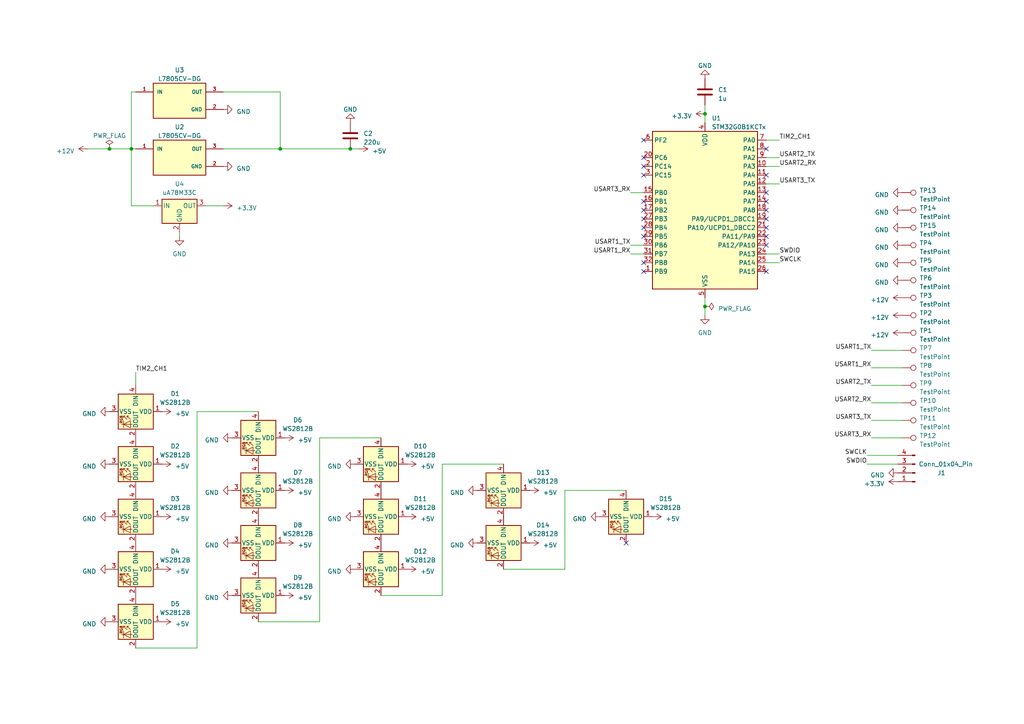
<source format=kicad_sch>
(kicad_sch (version 20230121) (generator eeschema)
  (paper "A4")
  (lib_symbols
    (symbol "Connector:Conn_01x04_Pin" (pin_names (offset 1.016) hide)
      (property "Reference" "J" (at 0 5.08 0))
      (property "Value" "Conn_01x04_Pin" (at 0 -7.62 0))
      (symbol "Conn_01x04_Pin_1_1"
        (polyline (pts (xy 1.27 -5.08) (xy 0.8636 -5.08)) (stroke (width 0.1524)))
        (polyline (pts (xy 1.27 -2.54) (xy 0.8636 -2.54)) (stroke (width 0.1524)))
        (polyline (pts (xy 1.27 0) (xy 0.8636 0)) (stroke (width 0.1524)))
        (polyline (pts (xy 1.27 2.54) (xy 0.8636 2.54)) (stroke (width 0.1524)))
        (rectangle (start 0.8636 -4.953) (end 0 -5.207) (stroke (width 0.1524)) (fill (type outline)))
        (rectangle (start 0.8636 -2.413) (end 0 -2.667) (stroke (width 0.1524)) (fill (type outline)))
        (rectangle (start 0.8636 0.127) (end 0 -0.127) (stroke (width 0.1524)) (fill (type outline)))
        (rectangle (start 0.8636 2.667) (end 0 2.413) (stroke (width 0.1524)) (fill (type outline)))
        (pin passive line (at 5.08 2.54 180) (length 3.81) (name "Pin_1") (number "1"))
        (pin passive line (at 5.08 0 180) (length 3.81) (name "Pin_2") (number "2"))
        (pin passive line (at 5.08 -2.54 180) (length 3.81) (name "Pin_3") (number "3"))
        (pin passive line (at 5.08 -5.08 180) (length 3.81) (name "Pin_4") (number "4"))
      )
    )
    (symbol "Connector:TestPoint" (pin_numbers hide) (pin_names (offset 0.762) hide)
      (property "Reference" "TP" (at 0 6.858 0))
      (property "Value" "TestPoint" (at 0 5.08 0))
      (symbol "TestPoint_0_1"
        (circle (center 0 3.302) (radius 0.762))
      )
      (symbol "TestPoint_1_1"
        (pin passive line (at 0 0 90) (length 2.54) (name "1") (number "1"))
      )
    )
    (symbol "Device:C" (pin_numbers hide) (pin_names (offset 0.254))
      (property "Reference" "C" (at 0.635 2.54 0))
      (property "Value" "C" (at 0.635 -2.54 0))
      (symbol "C_0_1"
        (polyline (pts (xy -2.032 -0.762) (xy 2.032 -0.762)) (stroke (width 0.508)))
        (polyline (pts (xy -2.032 0.762) (xy 2.032 0.762)) (stroke (width 0.508)))
      )
      (symbol "C_1_1"
        (pin passive line (at 0 3.81 270) (length 2.794) (name "~") (number "1"))
        (pin passive line (at 0 -3.81 90) (length 2.794) (name "~") (number "2"))
      )
    )
    (symbol "L7805CV-DG:L7805CV-DG" (pin_names (offset 1.016))
      (property "Reference" "U" (at -7.62 7.62 0))
      (property "Value" "L7805CV-DG" (at -7.62 -10.16 0))
      (symbol "L7805CV-DG_0_0"
        (rectangle (start -7.62 5.08) (end 7.62 -5.08) (stroke (width 0.254)) (fill (type background)))
        (pin input line (at -12.7 2.54 0) (length 5.08) (name "IN") (number "1"))
        (pin power_in line (at 12.7 -2.54 180) (length 5.08) (name "GND") (number "2"))
        (pin power_out line (at 12.7 2.54 180) (length 5.08) (name "OUT") (number "3"))
      )
    )
    (symbol "LED:WS2812B" (pin_names (offset 0.254))
      (property "Reference" "D" (at 5.08 5.715 0))
      (property "Value" "WS2812B" (at 1.27 -5.715 0))
      (symbol "WS2812B_0_0"
        (text "RGB" (at 2.286 -4.191 0) (effects (font (size 0.762 0.762))))
      )
      (symbol "WS2812B_0_1"
        (polyline (pts (xy 1.27 -3.556) (xy 1.778 -3.556)))
        (polyline (pts (xy 1.27 -2.54) (xy 1.778 -2.54)))
        (polyline (pts (xy 4.699 -3.556) (xy 2.667 -3.556)))
        (polyline (pts (xy 2.286 -2.54) (xy 1.27 -3.556) (xy 1.27 -3.048)))
        (polyline (pts (xy 2.286 -1.524) (xy 1.27 -2.54) (xy 1.27 -2.032)))
        (polyline (pts (xy 3.683 -1.016) (xy 3.683 -3.556) (xy 3.683 -4.064)))
        (polyline (pts (xy 4.699 -1.524) (xy 2.667 -1.524) (xy 3.683 -3.556) (xy 4.699 -1.524)))
        (rectangle (start 5.08 5.08) (end -5.08 -5.08) (stroke (width 0.254)) (fill (type background)))
      )
      (symbol "WS2812B_1_1"
        (pin power_in line (at 0 7.62 270) (length 2.54) (name "VDD") (number "1"))
        (pin output line (at 7.62 0 180) (length 2.54) (name "DOUT") (number "2"))
        (pin power_in line (at 0 -7.62 90) (length 2.54) (name "VSS") (number "3"))
        (pin input line (at -7.62 0 0) (length 2.54) (name "DIN") (number "4"))
      )
    )
    (symbol "MCU_ST_STM32G0:STM32G0B1KCTx"
      (property "Reference" "U" (at -15.24 24.13 0))
      (property "Value" "STM32G0B1KCTx" (at 2.54 24.13 0))
      (symbol "STM32G0B1KCTx_0_1"
        (rectangle (start -15.24 -22.86) (end 15.24 22.86) (stroke (width 0.254)) (fill (type background)))
      )
      (symbol "STM32G0B1KCTx_1_1"
        (pin bidirectional line (at -17.78 -17.78 0) (length 2.54) (name "PB9") (number "1"))
        (pin bidirectional line (at 17.78 12.7 180) (length 2.54) (name "PA3") (number "10"))
        (pin bidirectional line (at 17.78 10.16 180) (length 2.54) (name "PA4") (number "11"))
        (pin bidirectional line (at 17.78 7.62 180) (length 2.54) (name "PA5") (number "12"))
        (pin bidirectional line (at 17.78 5.08 180) (length 2.54) (name "PA6") (number "13"))
        (pin bidirectional line (at 17.78 2.54 180) (length 2.54) (name "PA7") (number "14"))
        (pin bidirectional line (at -17.78 5.08 0) (length 2.54) (name "PB0") (number "15"))
        (pin bidirectional line (at -17.78 2.54 0) (length 2.54) (name "PB1") (number "16"))
        (pin bidirectional line (at -17.78 0 0) (length 2.54) (name "PB2") (number "17"))
        (pin bidirectional line (at 17.78 0 180) (length 2.54) (name "PA8") (number "18"))
        (pin bidirectional line (at 17.78 -2.54 180) (length 2.54) (name "PA9/UCPD1_DBCC1") (number "19"))
        (pin bidirectional line (at -17.78 12.7 0) (length 2.54) (name "PC14") (number "2"))
        (pin bidirectional line (at -17.78 15.24 0) (length 2.54) (name "PC6") (number "20"))
        (pin bidirectional line (at 17.78 -5.08 180) (length 2.54) (name "PA10/UCPD1_DBCC2") (number "21"))
        (pin bidirectional line (at 17.78 -7.62 180) (length 2.54) (name "PA11/PA9") (number "22"))
        (pin bidirectional line (at 17.78 -10.16 180) (length 2.54) (name "PA12/PA10") (number "23"))
        (pin bidirectional line (at 17.78 -12.7 180) (length 2.54) (name "PA13") (number "24"))
        (pin bidirectional line (at 17.78 -15.24 180) (length 2.54) (name "PA14") (number "25"))
        (pin bidirectional line (at 17.78 -17.78 180) (length 2.54) (name "PA15") (number "26"))
        (pin bidirectional line (at -17.78 -2.54 0) (length 2.54) (name "PB3") (number "27"))
        (pin bidirectional line (at -17.78 -5.08 0) (length 2.54) (name "PB4") (number "28"))
        (pin bidirectional line (at -17.78 -7.62 0) (length 2.54) (name "PB5") (number "29"))
        (pin bidirectional line (at -17.78 10.16 0) (length 2.54) (name "PC15") (number "3"))
        (pin bidirectional line (at -17.78 -10.16 0) (length 2.54) (name "PB6") (number "30"))
        (pin bidirectional line (at -17.78 -12.7 0) (length 2.54) (name "PB7") (number "31"))
        (pin bidirectional line (at -17.78 -15.24 0) (length 2.54) (name "PB8") (number "32"))
        (pin power_in line (at 0 25.4 270) (length 2.54) (name "VDD") (number "4"))
        (pin power_in line (at 0 -25.4 90) (length 2.54) (name "VSS") (number "5"))
        (pin bidirectional line (at -17.78 20.32 0) (length 2.54) (name "PF2") (number "6"))
        (pin bidirectional line (at 17.78 20.32 180) (length 2.54) (name "PA0") (number "7"))
        (pin bidirectional line (at 17.78 17.78 180) (length 2.54) (name "PA1") (number "8"))
        (pin bidirectional line (at 17.78 15.24 180) (length 2.54) (name "PA2") (number "9"))
      )
    )
    (symbol "Regulator_Linear:uA7805" (pin_names (offset 0.254))
      (property "Reference" "U" (at -3.81 3.175 0))
      (property "Value" "uA7805" (at 0 3.175 0))
      (symbol "uA7805_0_1"
        (rectangle (start -5.08 1.905) (end 5.08 -5.08) (stroke (width 0.254)) (fill (type background)))
      )
      (symbol "uA7805_1_1"
        (pin power_in line (at -7.62 0 0) (length 2.54) (name "IN") (number "1"))
        (pin power_in line (at 0 -7.62 90) (length 2.54) (name "GND") (number "2"))
        (pin power_out line (at 7.62 0 180) (length 2.54) (name "OUT") (number "3"))
      )
    )
    (symbol "power:+12V" (power) (pin_names (offset 0))
      (property "Value" "+12V" (at 0 3.556 0))
      (symbol "+12V_0_1"
        (polyline (pts (xy -0.762 1.27) (xy 0 2.54)))
        (polyline (pts (xy 0 0) (xy 0 2.54)))
        (polyline (pts (xy 0 2.54) (xy 0.762 1.27)))
      )
      (symbol "+12V_1_1"
        (pin power_in line (at 0 0 90) (length 0) hide (name "+12V") (number "1"))
      )
    )
    (symbol "power:+3.3V" (power) (pin_names (offset 0))
      (property "Value" "+3.3V" (at 0 3.556 0))
      (symbol "+3.3V_0_1"
        (polyline (pts (xy -0.762 1.27) (xy 0 2.54)))
        (polyline (pts (xy 0 0) (xy 0 2.54)))
        (polyline (pts (xy 0 2.54) (xy 0.762 1.27)))
      )
      (symbol "+3.3V_1_1"
        (pin power_in line (at 0 0 90) (length 0) hide (name "+3.3V") (number "1"))
      )
    )
    (symbol "power:+5V" (power) (pin_names (offset 0))
      (property "Value" "+5V" (at 0 3.556 0))
      (symbol "+5V_0_1"
        (polyline (pts (xy -0.762 1.27) (xy 0 2.54)))
        (polyline (pts (xy 0 0) (xy 0 2.54)))
        (polyline (pts (xy 0 2.54) (xy 0.762 1.27)))
      )
      (symbol "+5V_1_1"
        (pin power_in line (at 0 0 90) (length 0) hide (name "+5V") (number "1"))
      )
    )
    (symbol "power:GND" (power) (pin_names (offset 0))
      (property "Value" "GND" (at 0 -3.81 0))
      (symbol "GND_0_1"
        (polyline (pts (xy 0 0) (xy 0 -1.27) (xy 1.27 -1.27) (xy 0 -2.54) (xy -1.27 -1.27) (xy 0 -1.27)))
      )
      (symbol "GND_1_1"
        (pin power_in line (at 0 0 270) (length 0) hide (name "GND") (number "1"))
      )
    )
    (symbol "power:PWR_FLAG" (power) (pin_numbers hide) (pin_names (offset 0) hide)
      (property "Value" "PWR_FLAG" (at 0 3.81 0))
      (symbol "PWR_FLAG_0_0"
        (pin power_out line (at 0 0 90) (length 0) (name "pwr") (number "1"))
      )
      (symbol "PWR_FLAG_0_1"
        (polyline (pts (xy 0 0) (xy 0 1.27) (xy -1.016 1.905) (xy 0 2.54) (xy 1.016 1.905) (xy 0 1.27)))
      )
    )
  )
  (junction (at 101.6 43.18))
  (junction (at 38.1 43.18))
  (junction (at 204.47 33.02))
  (junction (at 204.47 88.9))
  (junction (at 81.28 43.18))
  (junction (at 31.75 43.18))
  (no_connect (at 222.25 71.12))
  (no_connect (at 222.25 78.74))
  (no_connect (at 186.69 58.42))
  (no_connect (at 222.25 68.58))
  (no_connect (at 186.69 40.64))
  (no_connect (at 186.69 45.72))
  (no_connect (at 186.69 76.2))
  (no_connect (at 181.61 157.48))
  (no_connect (at 222.25 50.8))
  (no_connect (at 186.69 48.26))
  (no_connect (at 186.69 60.96))
  (no_connect (at 222.25 66.04))
  (no_connect (at 222.25 58.42))
  (no_connect (at 222.25 55.88))
  (no_connect (at 186.69 68.58))
  (no_connect (at 186.69 50.8))
  (no_connect (at 186.69 78.74))
  (no_connect (at 222.25 60.96))
  (no_connect (at 222.25 43.18))
  (no_connect (at 222.25 63.5))
  (no_connect (at 186.69 63.5))
  (no_connect (at 186.69 66.04))
  (wire (pts (xy 252.73 106.68) (xy 261.62 106.68)))
  (wire (pts (xy 74.93 180.34) (xy 92.71 180.34)))
  (wire (pts (xy 64.77 26.67) (xy 81.28 26.67)))
  (wire (pts (xy 222.25 73.66) (xy 226.06 73.66)))
  (wire (pts (xy 25.4 43.18) (xy 31.75 43.18)))
  (wire (pts (xy 38.1 43.18) (xy 38.1 26.67)))
  (wire (pts (xy 222.25 76.2) (xy 226.06 76.2)))
  (wire (pts (xy 57.15 119.38) (xy 74.93 119.38)))
  (wire (pts (xy 38.1 26.67) (xy 39.37 26.67)))
  (wire (pts (xy 222.25 45.72) (xy 226.06 45.72)))
  (wire (pts (xy 252.73 121.92) (xy 261.62 121.92)))
  (wire (pts (xy 146.05 165.1) (xy 163.83 165.1)))
  (wire (pts (xy 92.71 127) (xy 110.49 127)))
  (wire (pts (xy 31.75 43.18) (xy 38.1 43.18)))
  (wire (pts (xy 182.88 71.12) (xy 186.69 71.12)))
  (wire (pts (xy 92.71 180.34) (xy 92.71 127)))
  (wire (pts (xy 64.77 43.18) (xy 81.28 43.18)))
  (wire (pts (xy 128.27 134.62) (xy 146.05 134.62)))
  (wire (pts (xy 38.1 43.18) (xy 39.37 43.18)))
  (wire (pts (xy 251.46 132.08) (xy 260.35 132.08)))
  (wire (pts (xy 128.27 172.72) (xy 128.27 134.62)))
  (wire (pts (xy 222.25 48.26) (xy 226.06 48.26)))
  (wire (pts (xy 38.1 43.18) (xy 38.1 59.69)))
  (wire (pts (xy 104.14 43.18) (xy 101.6 43.18)))
  (wire (pts (xy 163.83 165.1) (xy 163.83 142.24)))
  (wire (pts (xy 204.47 88.9) (xy 204.47 86.36)))
  (wire (pts (xy 38.1 59.69) (xy 44.45 59.69)))
  (wire (pts (xy 52.07 68.58) (xy 52.07 67.31)))
  (wire (pts (xy 252.73 111.76) (xy 261.62 111.76)))
  (wire (pts (xy 81.28 43.18) (xy 101.6 43.18)))
  (wire (pts (xy 204.47 30.48) (xy 204.47 33.02)))
  (wire (pts (xy 252.73 116.84) (xy 261.62 116.84)))
  (wire (pts (xy 163.83 142.24) (xy 181.61 142.24)))
  (wire (pts (xy 222.25 53.34) (xy 226.06 53.34)))
  (wire (pts (xy 204.47 33.02) (xy 204.47 35.56)))
  (wire (pts (xy 39.37 107.95) (xy 39.37 111.76)))
  (wire (pts (xy 182.88 55.88) (xy 186.69 55.88)))
  (wire (pts (xy 110.49 172.72) (xy 128.27 172.72)))
  (wire (pts (xy 81.28 26.67) (xy 81.28 43.18)))
  (wire (pts (xy 251.46 134.62) (xy 260.35 134.62)))
  (wire (pts (xy 204.47 91.44) (xy 204.47 88.9)))
  (wire (pts (xy 182.88 73.66) (xy 186.69 73.66)))
  (wire (pts (xy 252.73 101.6) (xy 261.62 101.6)))
  (wire (pts (xy 222.25 40.64) (xy 226.06 40.64)))
  (wire (pts (xy 57.15 187.96) (xy 57.15 119.38)))
  (wire (pts (xy 59.69 59.69) (xy 64.77 59.69)))
  (wire (pts (xy 39.37 187.96) (xy 57.15 187.96)))
  (wire (pts (xy 252.73 127) (xy 261.62 127)))
  (label "SWCLK" (at 251.46 132.08 180))
  (label "SWDIO" (at 226.06 73.66 0))
  (label "TIM2_CH1" (at 226.06 40.64 0))
  (label "USART2_RX" (at 252.73 116.84 180))
  (label "USART1_RX" (at 182.88 73.66 180))
  (label "SWCLK" (at 226.06 76.2 0))
  (label "USART2_RX" (at 226.06 48.26 0))
  (label "USART1_TX" (at 252.73 101.6 180))
  (label "USART3_RX" (at 252.73 127 180))
  (label "USART2_TX" (at 226.06 45.72 0))
  (label "USART3_RX" (at 182.88 55.88 180))
  (label "USART3_TX" (at 226.06 53.34 0))
  (label "USART3_TX" (at 252.73 121.92 180))
  (label "USART1_RX" (at 252.73 106.68 180))
  (label "USART1_TX" (at 182.88 71.12 180))
  (label "SWDIO" (at 251.46 134.62 180))
  (label "USART2_TX" (at 252.73 111.76 180))
  (label "TIM2_CH1" (at 39.37 107.95 0))
  (symbol (lib_id "Connector:TestPoint") (at 261.62 101.6 270) (unit 1)
    (property "Reference" "TP7" (at 266.7 100.965 90) (effects (justify left)))
    (property "Value" "TestPoint" (at 266.7 103.505 90) (effects (justify left)))
    (property "Footprint" "TestPoint:TestPoint_Pad_D3.0mm" (effects hide))
  )
  (symbol (lib_id "LED:WS2812B") (at 146.05 157.48 270) (unit 1)
    (property "Reference" "D14" (at 157.48 152.2983 90))
    (property "Value" "WS2812B" (at 157.48 154.8383 90))
    (property "Footprint" "LED_SMD:LED_WS2812B_PLCC4_5.0x5.0mm_P3.2mm" (effects hide))
    (property "Datasheet" "https://cdn-shop.adafruit.com/datasheets/WS2812B.pdf" (effects hide))
  )
  (symbol (lib_id "power:+5V") (at 46.99 165.1 270) (unit 1)
    (property "Reference" "#PWR024" (effects hide))
    (property "Value" "+5V" (at 50.8 165.735 90) (effects (justify left)))
  )
  (symbol (lib_id "Device:C") (at 101.6 39.37 0) (unit 1)
    (property "Reference" "C2" (at 105.41 38.735 0) (effects (justify left)))
    (property "Value" "220u" (at 105.41 41.275 0) (effects (justify left)))
    (property "Footprint" "Capacitor_THT:CP_Radial_D6.3mm_P2.50mm" (effects hide))
  )
  (symbol (lib_id "power:+5V") (at 82.55 172.72 270) (unit 1)
    (property "Reference" "#PWR052" (effects hide))
    (property "Value" "+5V" (at 86.36 173.355 90) (effects (justify left)))
  )
  (symbol (lib_id "Device:C") (at 204.47 26.67 180) (unit 1)
    (property "Reference" "C1" (at 208.28 26.035 0) (effects (justify right)))
    (property "Value" "1u" (at 208.28 28.575 0) (effects (justify right)))
    (property "Footprint" "Capacitor_SMD:C_0402_1005Metric_Pad0.74x0.62mm_HandSolder" (effects hide))
  )
  (symbol (lib_id "power:+5V") (at 118.11 149.86 270) (unit 1)
    (property "Reference" "#PWR027" (effects hide))
    (property "Value" "+5V" (at 121.92 150.495 90) (effects (justify left)))
  )
  (symbol (lib_id "power:PWR_FLAG") (at 31.75 43.18 0) (unit 1)
    (property "Reference" "#FLG01" (effects hide))
    (property "Value" "PWR_FLAG" (at 31.75 39.37 0))
  )
  (symbol (lib_id "power:GND") (at 67.31 157.48 270) (unit 1)
    (property "Reference" "#PWR040" (effects hide))
    (property "Value" "GND" (at 63.5 158.115 90) (effects (justify right)))
  )
  (symbol (lib_id "Regulator_Linear:uA7805") (at 52.07 59.69 0) (unit 1)
    (property "Reference" "U4" (at 52.07 53.34 0))
    (property "Value" "uA78M33C" (at 52.07 55.88 0))
    (property "Footprint" "L7805CV-DG:TO255P1040X460X2890-3" (effects hide))
    (property "Datasheet" "http://www.ti.com/lit/ds/symlink/ua78.pdf" (effects hide))
  )
  (symbol (lib_id "power:GND") (at 261.62 66.04 270) (unit 1)
    (property "Reference" "#PWR011" (effects hide))
    (property "Value" "GND" (at 257.81 66.675 90) (effects (justify right)))
  )
  (symbol (lib_id "power:+12V") (at 261.62 86.36 90) (unit 1)
    (property "Reference" "#PWR012" (effects hide))
    (property "Value" "+12V" (at 257.81 86.995 90) (effects (justify left)))
  )
  (symbol (lib_id "MCU_ST_STM32G0:STM32G0B1KCTx") (at 204.47 60.96 0) (unit 1)
    (property "Reference" "U1" (at 206.4259 34.29 0) (effects (justify left)))
    (property "Value" "STM32G0B1KCTx" (at 206.4259 36.83 0) (effects (justify left)))
    (property "Footprint" "Package_QFP:LQFP-32_7x7mm_P0.8mm" (effects hide))
    (property "Datasheet" "https://www.st.com/resource/en/datasheet/stm32g0b1kc.pdf" (effects hide))
  )
  (symbol (lib_id "LED:WS2812B") (at 110.49 149.86 270) (unit 1)
    (property "Reference" "D11" (at 121.92 144.6783 90))
    (property "Value" "WS2812B" (at 121.92 147.2183 90))
    (property "Footprint" "LED_SMD:LED_WS2812B_PLCC4_5.0x5.0mm_P3.2mm" (effects hide))
    (property "Datasheet" "https://cdn-shop.adafruit.com/datasheets/WS2812B.pdf" (effects hide))
  )
  (symbol (lib_id "Connector:TestPoint") (at 261.62 66.04 270) (unit 1)
    (property "Reference" "TP15" (at 266.7 65.405 90) (effects (justify left)))
    (property "Value" "TestPoint" (at 266.7 67.945 90) (effects (justify left)))
    (property "Footprint" "TestPoint:TestPoint_Pad_D3.0mm" (effects hide))
  )
  (symbol (lib_id "LED:WS2812B") (at 39.37 165.1 270) (unit 1)
    (property "Reference" "D4" (at 50.8 159.9183 90))
    (property "Value" "WS2812B" (at 50.8 162.4583 90))
    (property "Footprint" "LED_SMD:LED_WS2812B_PLCC4_5.0x5.0mm_P3.2mm" (effects hide))
    (property "Datasheet" "https://cdn-shop.adafruit.com/datasheets/WS2812B.pdf" (effects hide))
  )
  (symbol (lib_id "power:GND") (at 64.77 31.75 90) (unit 1)
    (property "Reference" "#PWR06" (effects hide))
    (property "Value" "GND" (at 68.58 32.385 90) (effects (justify right)))
  )
  (symbol (lib_id "LED:WS2812B") (at 110.49 134.62 270) (unit 1)
    (property "Reference" "D10" (at 121.92 129.4383 90))
    (property "Value" "WS2812B" (at 121.92 131.9783 90))
    (property "Footprint" "LED_SMD:LED_WS2812B_PLCC4_5.0x5.0mm_P3.2mm" (effects hide))
    (property "Datasheet" "https://cdn-shop.adafruit.com/datasheets/WS2812B.pdf" (effects hide))
  )
  (symbol (lib_id "power:GND") (at 67.31 172.72 270) (unit 1)
    (property "Reference" "#PWR041" (effects hide))
    (property "Value" "GND" (at 63.5 173.355 90) (effects (justify right)))
  )
  (symbol (lib_id "Connector:TestPoint") (at 261.62 121.92 270) (unit 1)
    (property "Reference" "TP11" (at 266.7 121.285 90) (effects (justify left)))
    (property "Value" "TestPoint" (at 266.7 123.825 90) (effects (justify left)))
    (property "Footprint" "TestPoint:TestPoint_Pad_D3.0mm" (effects hide))
  )
  (symbol (lib_id "power:+5V") (at 104.14 43.18 270) (unit 1)
    (property "Reference" "#PWR020" (effects hide))
    (property "Value" "+5V" (at 107.95 43.815 90) (effects (justify left)))
  )
  (symbol (lib_id "Connector:TestPoint") (at 261.62 86.36 270) (unit 1)
    (property "Reference" "TP3" (at 266.7 85.725 90) (effects (justify left)))
    (property "Value" "TestPoint" (at 266.7 88.265 90) (effects (justify left)))
    (property "Footprint" "TestPoint:TestPoint_Pad_4.0x4.0mm" (effects hide))
  )
  (symbol (lib_id "power:GND") (at 173.99 149.86 270) (unit 1)
    (property "Reference" "#PWR032" (effects hide))
    (property "Value" "GND" (at 170.18 150.495 90) (effects (justify right)))
  )
  (symbol (lib_id "Connector:TestPoint") (at 261.62 111.76 270) (unit 1)
    (property "Reference" "TP9" (at 266.7 111.125 90) (effects (justify left)))
    (property "Value" "TestPoint" (at 266.7 113.665 90) (effects (justify left)))
    (property "Footprint" "TestPoint:TestPoint_Pad_D3.0mm" (effects hide))
  )
  (symbol (lib_id "LED:WS2812B") (at 74.93 157.48 270) (unit 1)
    (property "Reference" "D8" (at 86.36 152.2983 90))
    (property "Value" "WS2812B" (at 86.36 154.8383 90))
    (property "Footprint" "LED_SMD:LED_WS2812B_PLCC4_5.0x5.0mm_P3.2mm" (effects hide))
    (property "Datasheet" "https://cdn-shop.adafruit.com/datasheets/WS2812B.pdf" (effects hide))
  )
  (symbol (lib_id "power:+5V") (at 118.11 165.1 270) (unit 1)
    (property "Reference" "#PWR028" (effects hide))
    (property "Value" "+5V" (at 121.92 165.735 90) (effects (justify left)))
  )
  (symbol (lib_id "power:+5V") (at 153.67 157.48 270) (unit 1)
    (property "Reference" "#PWR030" (effects hide))
    (property "Value" "+5V" (at 157.48 158.115 90) (effects (justify left)))
  )
  (symbol (lib_id "power:+12V") (at 261.62 91.44 90) (unit 1)
    (property "Reference" "#PWR08" (effects hide))
    (property "Value" "+12V" (at 257.81 92.075 90) (effects (justify left)))
  )
  (symbol (lib_id "power:+5V") (at 46.99 149.86 270) (unit 1)
    (property "Reference" "#PWR023" (effects hide))
    (property "Value" "+5V" (at 50.8 150.495 90) (effects (justify left)))
  )
  (symbol (lib_id "LED:WS2812B") (at 74.93 172.72 270) (unit 1)
    (property "Reference" "D9" (at 86.36 167.5383 90))
    (property "Value" "WS2812B" (at 86.36 170.0783 90))
    (property "Footprint" "LED_SMD:LED_WS2812B_PLCC4_5.0x5.0mm_P3.2mm" (effects hide))
    (property "Datasheet" "https://cdn-shop.adafruit.com/datasheets/WS2812B.pdf" (effects hide))
  )
  (symbol (lib_id "power:GND") (at 204.47 91.44 0) (unit 1)
    (property "Reference" "#PWR01" (effects hide))
    (property "Value" "GND" (at 204.47 96.52 0))
  )
  (symbol (lib_id "power:+5V") (at 153.67 142.24 270) (unit 1)
    (property "Reference" "#PWR029" (effects hide))
    (property "Value" "+5V" (at 157.48 142.875 90) (effects (justify left)))
  )
  (symbol (lib_id "power:GND") (at 52.07 68.58 0) (unit 1)
    (property "Reference" "#PWR015" (effects hide))
    (property "Value" "GND" (at 52.07 73.66 0))
  )
  (symbol (lib_id "power:GND") (at 31.75 134.62 270) (unit 1)
    (property "Reference" "#PWR045" (effects hide))
    (property "Value" "GND" (at 27.94 135.255 90) (effects (justify right)))
  )
  (symbol (lib_id "power:+5V") (at 82.55 157.48 270) (unit 1)
    (property "Reference" "#PWR051" (effects hide))
    (property "Value" "+5V" (at 86.36 158.115 90) (effects (justify left)))
  )
  (symbol (lib_id "Connector:TestPoint") (at 261.62 76.2 270) (unit 1)
    (property "Reference" "TP5" (at 266.7 75.565 90) (effects (justify left)))
    (property "Value" "TestPoint" (at 266.7 78.105 90) (effects (justify left)))
    (property "Footprint" "TestPoint:TestPoint_Pad_D3.0mm" (effects hide))
  )
  (symbol (lib_id "power:GND") (at 102.87 134.62 270) (unit 1)
    (property "Reference" "#PWR035" (effects hide))
    (property "Value" "GND" (at 99.06 135.255 90) (effects (justify right)))
  )
  (symbol (lib_id "Connector:Conn_01x04_Pin") (at 265.43 137.16 180) (unit 1)
    (property "Reference" "J1" (at 273.05 137.16 0))
    (property "Value" "Conn_01x04_Pin" (at 274.32 134.62 0))
    (property "Footprint" "Connector_PinHeader_2.54mm:PinHeader_1x04_P2.54mm_Horizontal" (effects hide))
  )
  (symbol (lib_id "power:GND") (at 138.43 142.24 270) (unit 1)
    (property "Reference" "#PWR033" (effects hide))
    (property "Value" "GND" (at 134.62 142.875 90) (effects (justify right)))
  )
  (symbol (lib_id "power:+12V") (at 25.4 43.18 90) (unit 1)
    (property "Reference" "#PWR018" (effects hide))
    (property "Value" "+12V" (at 21.59 43.815 90) (effects (justify left)))
  )
  (symbol (lib_id "power:GND") (at 261.62 81.28 270) (unit 1)
    (property "Reference" "#PWR053" (effects hide))
    (property "Value" "GND" (at 257.81 81.915 90) (effects (justify right)))
  )
  (symbol (lib_id "power:GND") (at 261.62 55.88 270) (unit 1)
    (property "Reference" "#PWR09" (effects hide))
    (property "Value" "GND" (at 257.81 56.515 90) (effects (justify right)))
  )
  (symbol (lib_id "power:PWR_FLAG") (at 204.47 88.9 270) (unit 1)
    (property "Reference" "#FLG02" (effects hide))
    (property "Value" "PWR_FLAG" (at 208.28 89.535 90) (effects (justify left)))
  )
  (symbol (lib_id "power:GND") (at 204.47 22.86 180) (unit 1)
    (property "Reference" "#PWR02" (effects hide))
    (property "Value" "GND" (at 204.47 19.05 0))
  )
  (symbol (lib_id "power:GND") (at 64.77 48.26 90) (unit 1)
    (property "Reference" "#PWR019" (effects hide))
    (property "Value" "GND" (at 68.58 48.895 90) (effects (justify right)))
  )
  (symbol (lib_id "LED:WS2812B") (at 146.05 142.24 270) (unit 1)
    (property "Reference" "D13" (at 157.48 137.0583 90))
    (property "Value" "WS2812B" (at 157.48 139.5983 90))
    (property "Footprint" "LED_SMD:LED_WS2812B_PLCC4_5.0x5.0mm_P3.2mm" (effects hide))
    (property "Datasheet" "https://cdn-shop.adafruit.com/datasheets/WS2812B.pdf" (effects hide))
  )
  (symbol (lib_id "power:GND") (at 261.62 60.96 270) (unit 1)
    (property "Reference" "#PWR010" (effects hide))
    (property "Value" "GND" (at 257.81 61.595 90) (effects (justify right)))
  )
  (symbol (lib_id "Connector:TestPoint") (at 261.62 91.44 270) (unit 1)
    (property "Reference" "TP2" (at 266.7 90.805 90) (effects (justify left)))
    (property "Value" "TestPoint" (at 266.7 93.345 90) (effects (justify left)))
    (property "Footprint" "TestPoint:TestPoint_Pad_4.0x4.0mm" (effects hide))
  )
  (symbol (lib_id "Connector:TestPoint") (at 261.62 116.84 270) (unit 1)
    (property "Reference" "TP10" (at 266.7 116.205 90) (effects (justify left)))
    (property "Value" "TestPoint" (at 266.7 118.745 90) (effects (justify left)))
    (property "Footprint" "TestPoint:TestPoint_Pad_D3.0mm" (effects hide))
  )
  (symbol (lib_id "LED:WS2812B") (at 74.93 142.24 270) (unit 1)
    (property "Reference" "D7" (at 86.36 137.0583 90))
    (property "Value" "WS2812B" (at 86.36 139.5983 90))
    (property "Footprint" "LED_SMD:LED_WS2812B_PLCC4_5.0x5.0mm_P3.2mm" (effects hide))
    (property "Datasheet" "https://cdn-shop.adafruit.com/datasheets/WS2812B.pdf" (effects hide))
  )
  (symbol (lib_id "power:+5V") (at 118.11 134.62 270) (unit 1)
    (property "Reference" "#PWR026" (effects hide))
    (property "Value" "+5V" (at 121.92 135.255 90) (effects (justify left)))
  )
  (symbol (lib_id "power:+3.3V") (at 204.47 33.02 90) (unit 1)
    (property "Reference" "#PWR03" (effects hide))
    (property "Value" "+3.3V" (at 200.66 33.655 90) (effects (justify left)))
  )
  (symbol (lib_id "power:GND") (at 261.62 76.2 270) (unit 1)
    (property "Reference" "#PWR048" (effects hide))
    (property "Value" "GND" (at 257.81 76.835 90) (effects (justify right)))
  )
  (symbol (lib_id "power:GND") (at 138.43 157.48 270) (unit 1)
    (property "Reference" "#PWR034" (effects hide))
    (property "Value" "GND" (at 134.62 158.115 90) (effects (justify right)))
  )
  (symbol (lib_id "power:GND") (at 260.35 137.16 270) (unit 1)
    (property "Reference" "#PWR04" (effects hide))
    (property "Value" "GND" (at 256.54 137.795 90) (effects (justify right)))
  )
  (symbol (lib_id "L7805CV-DG:L7805CV-DG") (at 52.07 45.72 0) (unit 1)
    (property "Reference" "U2" (at 52.07 36.83 0))
    (property "Value" "L7805CV-DG" (at 52.07 39.37 0))
    (property "Footprint" "L7805CV-DG:TO255P1040X460X2890-3" (effects hide))
    (property "MAXIMUM_PACKAGE_HEIGHT" "19.68 mm" (effects hide))
    (property "PARTREV" "36" (effects hide))
    (property "MANUFACTURER" "STMicroelectronics" (effects hide))
    (property "STANDARD" "IPC 7351B" (effects hide))
  )
  (symbol (lib_id "LED:WS2812B") (at 181.61 149.86 270) (unit 1)
    (property "Reference" "D15" (at 193.04 144.6783 90))
    (property "Value" "WS2812B" (at 193.04 147.2183 90))
    (property "Footprint" "LED_SMD:LED_WS2812B_PLCC4_5.0x5.0mm_P3.2mm" (effects hide))
    (property "Datasheet" "https://cdn-shop.adafruit.com/datasheets/WS2812B.pdf" (effects hide))
  )
  (symbol (lib_id "power:GND") (at 261.62 71.12 270) (unit 1)
    (property "Reference" "#PWR047" (effects hide))
    (property "Value" "GND" (at 257.81 71.755 90) (effects (justify right)))
  )
  (symbol (lib_id "power:GND") (at 101.6 35.56 180) (unit 1)
    (property "Reference" "#PWR016" (effects hide))
    (property "Value" "GND" (at 101.6 31.75 0))
  )
  (symbol (lib_id "power:GND") (at 31.75 180.34 270) (unit 1)
    (property "Reference" "#PWR042" (effects hide))
    (property "Value" "GND" (at 27.94 180.975 90) (effects (justify right)))
  )
  (symbol (lib_id "LED:WS2812B") (at 74.93 127 270) (unit 1)
    (property "Reference" "D6" (at 86.36 121.8183 90))
    (property "Value" "WS2812B" (at 86.36 124.3583 90))
    (property "Footprint" "LED_SMD:LED_WS2812B_PLCC4_5.0x5.0mm_P3.2mm" (effects hide))
    (property "Datasheet" "https://cdn-shop.adafruit.com/datasheets/WS2812B.pdf" (effects hide))
  )
  (symbol (lib_id "power:GND") (at 102.87 165.1 270) (unit 1)
    (property "Reference" "#PWR037" (effects hide))
    (property "Value" "GND" (at 99.06 165.735 90) (effects (justify right)))
  )
  (symbol (lib_id "LED:WS2812B") (at 39.37 180.34 270) (unit 1)
    (property "Reference" "D5" (at 50.8 175.1583 90))
    (property "Value" "WS2812B" (at 50.8 177.6983 90))
    (property "Footprint" "LED_SMD:LED_WS2812B_PLCC4_5.0x5.0mm_P3.2mm" (effects hide))
    (property "Datasheet" "https://cdn-shop.adafruit.com/datasheets/WS2812B.pdf" (effects hide))
  )
  (symbol (lib_id "LED:WS2812B") (at 39.37 134.62 270) (unit 1)
    (property "Reference" "D2" (at 50.8 129.4383 90))
    (property "Value" "WS2812B" (at 50.8 131.9783 90))
    (property "Footprint" "LED_SMD:LED_WS2812B_PLCC4_5.0x5.0mm_P3.2mm" (effects hide))
    (property "Datasheet" "https://cdn-shop.adafruit.com/datasheets/WS2812B.pdf" (effects hide))
  )
  (symbol (lib_id "power:+5V") (at 82.55 142.24 270) (unit 1)
    (property "Reference" "#PWR050" (effects hide))
    (property "Value" "+5V" (at 86.36 142.875 90) (effects (justify left)))
  )
  (symbol (lib_id "power:+3.3V") (at 64.77 59.69 270) (unit 1)
    (property "Reference" "#PWR017" (effects hide))
    (property "Value" "+3.3V" (at 68.58 60.325 90) (effects (justify left)))
  )
  (symbol (lib_id "Connector:TestPoint") (at 261.62 106.68 270) (unit 1)
    (property "Reference" "TP8" (at 266.7 106.045 90) (effects (justify left)))
    (property "Value" "TestPoint" (at 266.7 108.585 90) (effects (justify left)))
    (property "Footprint" "TestPoint:TestPoint_Pad_D3.0mm" (effects hide))
  )
  (symbol (lib_id "Connector:TestPoint") (at 261.62 60.96 270) (unit 1)
    (property "Reference" "TP14" (at 266.7 60.325 90) (effects (justify left)))
    (property "Value" "TestPoint" (at 266.7 62.865 90) (effects (justify left)))
    (property "Footprint" "TestPoint:TestPoint_Pad_D3.0mm" (effects hide))
  )
  (symbol (lib_id "LED:WS2812B") (at 39.37 119.38 270) (unit 1)
    (property "Reference" "D1" (at 50.8 114.1983 90))
    (property "Value" "WS2812B" (at 50.8 116.7383 90))
    (property "Footprint" "LED_SMD:LED_WS2812B_PLCC4_5.0x5.0mm_P3.2mm" (effects hide))
    (property "Datasheet" "https://cdn-shop.adafruit.com/datasheets/WS2812B.pdf" (effects hide))
  )
  (symbol (lib_id "LED:WS2812B") (at 110.49 165.1 270) (unit 1)
    (property "Reference" "D12" (at 121.92 159.9183 90))
    (property "Value" "WS2812B" (at 121.92 162.4583 90))
    (property "Footprint" "LED_SMD:LED_WS2812B_PLCC4_5.0x5.0mm_P3.2mm" (effects hide))
    (property "Datasheet" "https://cdn-shop.adafruit.com/datasheets/WS2812B.pdf" (effects hide))
  )
  (symbol (lib_id "power:GND") (at 102.87 149.86 270) (unit 1)
    (property "Reference" "#PWR036" (effects hide))
    (property "Value" "GND" (at 99.06 150.495 90) (effects (justify right)))
  )
  (symbol (lib_id "power:GND") (at 31.75 149.86 270) (unit 1)
    (property "Reference" "#PWR044" (effects hide))
    (property "Value" "GND" (at 27.94 150.495 90) (effects (justify right)))
  )
  (symbol (lib_id "power:+3.3V") (at 260.35 139.7 90) (unit 1)
    (property "Reference" "#PWR05" (effects hide))
    (property "Value" "+3.3V" (at 256.54 140.335 90) (effects (justify left)))
  )
  (symbol (lib_id "Connector:TestPoint") (at 261.62 127 270) (unit 1)
    (property "Reference" "TP12" (at 266.7 126.365 90) (effects (justify left)))
    (property "Value" "TestPoint" (at 266.7 128.905 90) (effects (justify left)))
    (property "Footprint" "TestPoint:TestPoint_Pad_D3.0mm" (effects hide))
  )
  (symbol (lib_id "L7805CV-DG:L7805CV-DG") (at 52.07 29.21 0) (unit 1)
    (property "Reference" "U3" (at 52.07 20.32 0))
    (property "Value" "L7805CV-DG" (at 52.07 22.86 0))
    (property "Footprint" "L7805CV-DG:TO255P1040X460X2890-3" (effects hide))
    (property "MAXIMUM_PACKAGE_HEIGHT" "19.68 mm" (effects hide))
    (property "PARTREV" "36" (effects hide))
    (property "MANUFACTURER" "STMicroelectronics" (effects hide))
    (property "STANDARD" "IPC 7351B" (effects hide))
  )
  (symbol (lib_id "LED:WS2812B") (at 39.37 149.86 270) (unit 1)
    (property "Reference" "D3" (at 50.8 144.6783 90))
    (property "Value" "WS2812B" (at 50.8 147.2183 90))
    (property "Footprint" "LED_SMD:LED_WS2812B_PLCC4_5.0x5.0mm_P3.2mm" (effects hide))
    (property "Datasheet" "https://cdn-shop.adafruit.com/datasheets/WS2812B.pdf" (effects hide))
  )
  (symbol (lib_id "power:GND") (at 31.75 119.38 270) (unit 1)
    (property "Reference" "#PWR046" (effects hide))
    (property "Value" "GND" (at 27.94 120.015 90) (effects (justify right)))
  )
  (symbol (lib_id "power:+12V") (at 261.62 96.52 90) (unit 1)
    (property "Reference" "#PWR07" (effects hide))
    (property "Value" "+12V" (at 257.81 97.155 90) (effects (justify left)))
  )
  (symbol (lib_id "power:GND") (at 31.75 165.1 270) (unit 1)
    (property "Reference" "#PWR043" (effects hide))
    (property "Value" "GND" (at 27.94 165.735 90) (effects (justify right)))
  )
  (symbol (lib_id "power:+5V") (at 46.99 134.62 270) (unit 1)
    (property "Reference" "#PWR022" (effects hide))
    (property "Value" "+5V" (at 50.8 135.255 90) (effects (justify left)))
  )
  (symbol (lib_id "Connector:TestPoint") (at 261.62 55.88 270) (unit 1)
    (property "Reference" "TP13" (at 266.7 55.245 90) (effects (justify left)))
    (property "Value" "TestPoint" (at 266.7 57.785 90) (effects (justify left)))
    (property "Footprint" "TestPoint:TestPoint_Pad_D3.0mm" (effects hide))
  )
  (symbol (lib_id "power:GND") (at 67.31 142.24 270) (unit 1)
    (property "Reference" "#PWR039" (effects hide))
    (property "Value" "GND" (at 63.5 142.875 90) (effects (justify right)))
  )
  (symbol (lib_id "power:+5V") (at 82.55 127 270) (unit 1)
    (property "Reference" "#PWR049" (effects hide))
    (property "Value" "+5V" (at 86.36 127.635 90) (effects (justify left)))
  )
  (symbol (lib_id "Connector:TestPoint") (at 261.62 81.28 270) (unit 1)
    (property "Reference" "TP6" (at 266.7 80.645 90) (effects (justify left)))
    (property "Value" "TestPoint" (at 266.7 83.185 90) (effects (justify left)))
    (property "Footprint" "TestPoint:TestPoint_Pad_D3.0mm" (effects hide))
  )
  (symbol (lib_id "power:GND") (at 67.31 127 270) (unit 1)
    (property "Reference" "#PWR038" (effects hide))
    (property "Value" "GND" (at 63.5 127.635 90) (effects (justify right)))
  )
  (symbol (lib_id "power:+5V") (at 46.99 119.38 270) (unit 1)
    (property "Reference" "#PWR021" (effects hide))
    (property "Value" "+5V" (at 50.8 120.015 90) (effects (justify left)))
  )
  (symbol (lib_id "Connector:TestPoint") (at 261.62 96.52 270) (unit 1)
    (property "Reference" "TP1" (at 266.7 95.885 90) (effects (justify left)))
    (property "Value" "TestPoint" (at 266.7 98.425 90) (effects (justify left)))
    (property "Footprint" "TestPoint:TestPoint_Pad_4.0x4.0mm" (effects hide))
  )
  (symbol (lib_id "power:+5V") (at 189.23 149.86 270) (unit 1)
    (property "Reference" "#PWR031" (effects hide))
    (property "Value" "+5V" (at 193.04 150.495 90) (effects (justify left)))
  )
  (symbol (lib_id "power:+5V") (at 46.99 180.34 270) (unit 1)
    (property "Reference" "#PWR025" (effects hide))
    (property "Value" "+5V" (at 50.8 180.975 90) (effects (justify left)))
  )
  (symbol (lib_id "Connector:TestPoint") (at 261.62 71.12 270) (unit 1)
    (property "Reference" "TP4" (at 266.7 70.485 90) (effects (justify left)))
    (property "Value" "TestPoint" (at 266.7 73.025 90) (effects (justify left)))
    (property "Footprint" "TestPoint:TestPoint_Pad_D3.0mm" (effects hide))
  )
)
</source>
